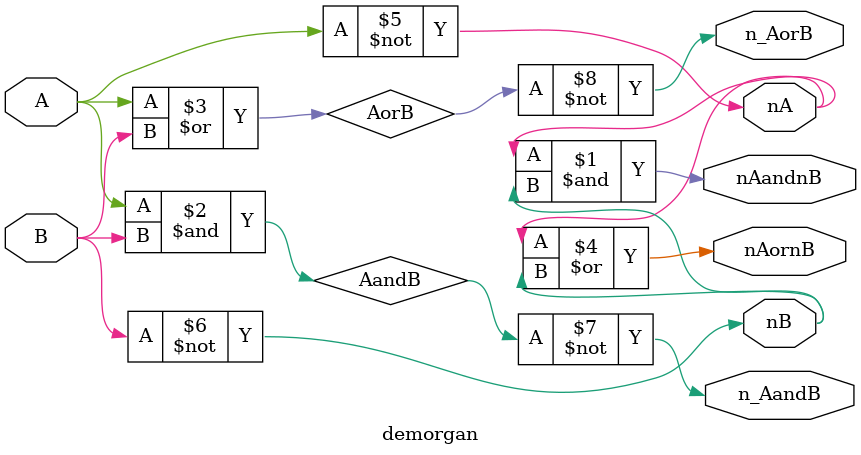
<source format=v>
module demorgan
(
  input  A,          // Single bit inputs
  input  B,
  output nA,         // Output intermediate complemented inputs
  output nB,
  output nAandnB,    // Single bit output, (~A)*(~B)
  output n_AorB,     // Signle bit output, ~(A+B)
  output nAornB,     // Signle bit output, (~A)+(~B)
  output n_AandB     // Signle bit output, ~(A*B)
);

  wire nA;
  wire nB;
  wire AandB;
  wire AorB;

  not Ainv(nA, A);  	// Top inverter is named Ainv, takes signal A as input and produces signal nA
  not Binv(nB, B);
  and andgate(nAandnB, nA, nB); 	// AND gate produces nAandnB from nA and nB
  and andgate2(AandB, A, B);
  or orgate1(AorB, A, B);
  or orgate2(nAornB, nA, nB);
  not not_and(n_AandB, AandB);
  not not_or(n_AorB, AorB);

endmodule

</source>
